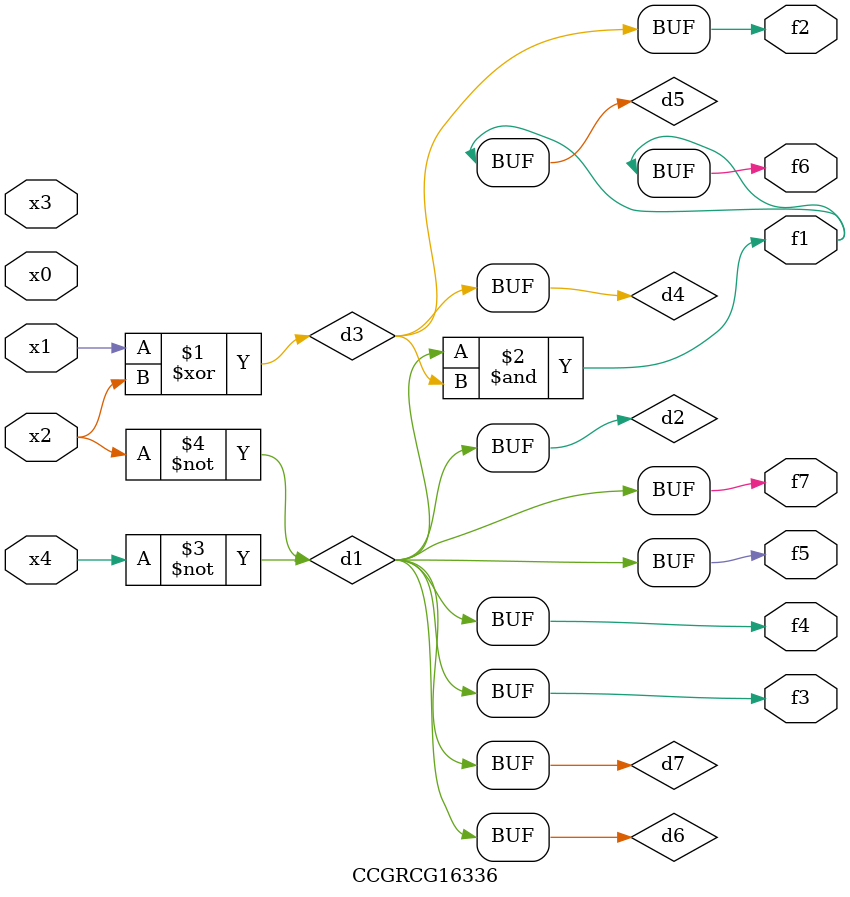
<source format=v>
module CCGRCG16336(
	input x0, x1, x2, x3, x4,
	output f1, f2, f3, f4, f5, f6, f7
);

	wire d1, d2, d3, d4, d5, d6, d7;

	not (d1, x4);
	not (d2, x2);
	xor (d3, x1, x2);
	buf (d4, d3);
	and (d5, d1, d3);
	buf (d6, d1, d2);
	buf (d7, d2);
	assign f1 = d5;
	assign f2 = d4;
	assign f3 = d7;
	assign f4 = d7;
	assign f5 = d7;
	assign f6 = d5;
	assign f7 = d7;
endmodule

</source>
